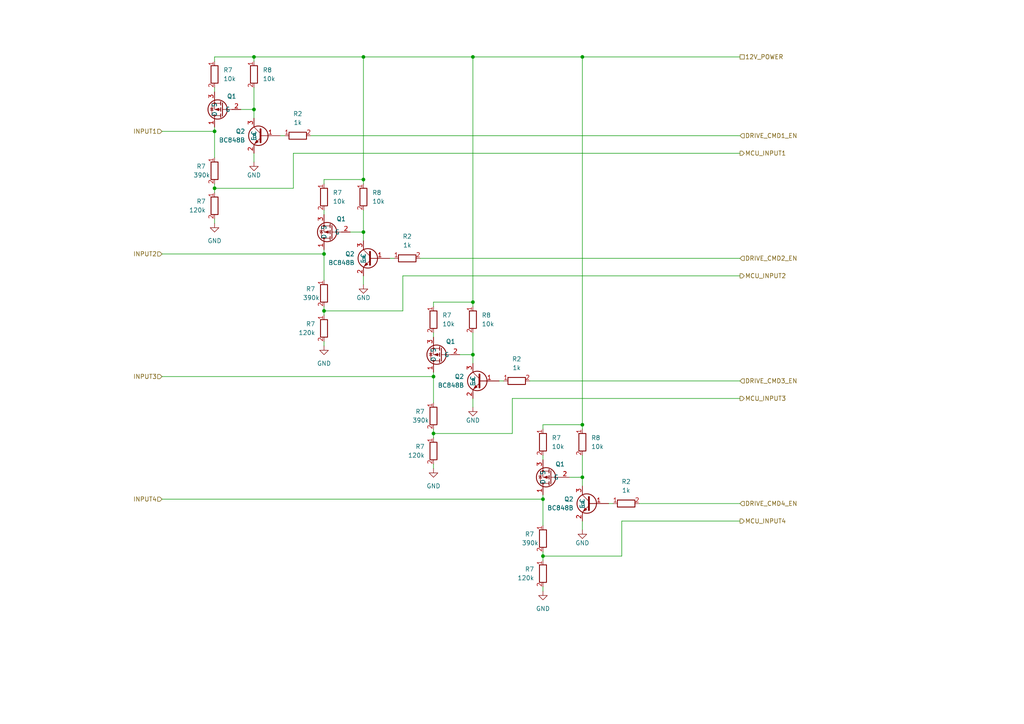
<source format=kicad_sch>
(kicad_sch (version 20230121) (generator eeschema)
  (paper "A4")
  (title_block (title "Home automation module") (date "2024-03-24") (rev "1.0") (company "stf.labs"))
  (lib_symbols
    (symbol "p_Passive:R_0603" (pin_names (offset 0) hide)
      (property "Reference" "R" (at 0 0 0))
      (property "Value" "R_0603" (at 0 0 0))
      (symbol "R_0603_1_1"
        (rectangle (start -1.016 -2.54) (end 1.016 2.54) (stroke (width 0.254)))
        (pin passive line (at 0 3.81 270) (length 1.27) (name "~") (number "1"))
        (pin passive line (at 0 -3.81 90) (length 1.27) (name "~") (number "2"))
      )
    )
    (symbol "p_Transistor_FET:BSS315PH6327XTSA1"
      (property "Reference" "Q" (at 3.81 3.81 0))
      (property "Value" "BSS315PH6327XTSA1" (at 11.43 -3.81 0))
      (property "Sim.Name" "BSS314PE" (at 0 0 0))
      (property "Sim.Device" "SUBCKT" (at 0 0 0))
      (property "Sim.Pins" "1=drain 2=gate 3=source" (at 0 0 0))
      (symbol "BSS315PH6327XTSA1_0_1"
        (circle (center -0.889 0) (radius 2.794) (stroke (width 0.254)))
        (circle (center 0 -1.778) (radius 0.254) (fill (type outline)))
        (polyline (pts (xy -2.286 0) (xy -5.08 0)))
        (polyline (pts (xy -2.286 1.905) (xy -2.286 -1.905)) (stroke (width 0.254)))
        (polyline (pts (xy -1.778 -1.27) (xy -1.778 -2.286)) (stroke (width 0.254)))
        (polyline (pts (xy -1.778 0.508) (xy -1.778 -0.508)) (stroke (width 0.254)))
        (polyline (pts (xy -1.778 2.286) (xy -1.778 1.27)) (stroke (width 0.254)))
        (polyline (pts (xy 0 2.54) (xy 0 1.778)))
        (polyline (pts (xy 0 -2.54) (xy 0 0) (xy -1.778 0)))
        (polyline (pts (xy -1.778 1.778) (xy 0.762 1.778) (xy 0.762 -1.778) (xy -1.778 -1.778)))
        (polyline (pts (xy -0.254 0) (xy -1.27 0.381) (xy -1.27 -0.381) (xy -0.254 0)) (fill (type outline)))
        (polyline (pts (xy 0.254 -0.508) (xy 0.381 -0.381) (xy 1.143 -0.381) (xy 1.27 -0.254)))
        (polyline (pts (xy 0.762 -0.381) (xy 0.381 0.254) (xy 1.143 0.254) (xy 0.762 -0.381)))
        (circle (center 0 1.778) (radius 0.254) (fill (type outline)))
      )
      (symbol "BSS315PH6327XTSA1_1_1"
        (pin passive line (at 0 5.08 270) (length 2.54) (name "D") (number "1"))
        (pin input line (at -7.62 0 0) (length 2.54) (name "G") (number "2"))
        (pin passive line (at 0 -5.08 90) (length 2.54) (name "S") (number "3"))
      )
    )
    (symbol "p_Transistor_bipolar:BC848B" (pin_names (offset 1.016))
      (property "Reference" "Q" (at 0 -7.62 0))
      (property "Value" "BC848B" (at -5.08 -6.35 0))
      (symbol "BC848B_1_1"
        (circle (center -1.27 0) (radius 2.8194) (stroke (width 0.254)))
        (polyline (pts (xy -1.905 0.635) (xy 0 2.54)))
        (polyline (pts (xy -1.905 -0.635) (xy 0 -2.54) (xy 0 -2.54)))
        (polyline (pts (xy -1.905 1.905) (xy -1.905 -1.905) (xy -1.905 -1.905)) (stroke (width 0.508)))
        (polyline (pts (xy -1.27 -1.778) (xy -0.762 -1.27) (xy -0.254 -2.286) (xy -1.27 -1.778) (xy -1.27 -1.778)) (fill (type outline)))
        (pin passive line (at -7.62 0 0) (length 5.715) (name "B") (number "1"))
        (pin passive line (at 0 -5.08 90) (length 2.54) (name "E") (number "2"))
        (pin passive line (at 0 5.08 270) (length 2.54) (name "C") (number "3"))
      )
    )
    (symbol "power:GND" (power) (pin_names (offset 0))
      (property "Value" "GND" (at 0 -3.81 0))
      (symbol "GND_0_1"
        (polyline (pts (xy 0 0) (xy 0 -1.27) (xy 1.27 -1.27) (xy 0 -2.54) (xy -1.27 -1.27) (xy 0 -1.27)))
      )
      (symbol "GND_1_1"
        (pin power_in line (at 0 0 270) (length 0) hide (name "GND") (number "1"))
      )
    )
  )
  (junction (at 168.91 123.19))
  (junction (at 62.23 38.1))
  (junction (at 168.91 138.43))
  (junction (at 125.73 109.22))
  (junction (at 93.98 73.66))
  (junction (at 73.66 16.51))
  (junction (at 157.48 144.78))
  (junction (at 168.91 16.51))
  (junction (at 73.66 31.75))
  (junction (at 105.41 52.07))
  (junction (at 105.41 16.51))
  (junction (at 157.48 161.29))
  (junction (at 62.23 54.61))
  (junction (at 105.41 67.31))
  (junction (at 137.16 16.51))
  (junction (at 125.73 125.73))
  (junction (at 93.98 90.17))
  (junction (at 137.16 102.87))
  (junction (at 137.16 87.63))
  (wire (pts (xy 105.41 60.96) (xy 105.41 67.31)))
  (wire (pts (xy 105.41 67.31) (xy 105.41 69.85)))
  (wire (pts (xy 73.66 16.51) (xy 73.66 17.78)))
  (wire (pts (xy 93.98 88.9) (xy 93.98 90.17)))
  (wire (pts (xy 157.48 123.19) (xy 168.91 123.19)))
  (wire (pts (xy 73.66 16.51) (xy 105.41 16.51)))
  (wire (pts (xy 157.48 132.08) (xy 157.48 133.35)))
  (wire (pts (xy 168.91 132.08) (xy 168.91 138.43)))
  (wire (pts (xy 85.09 44.45) (xy 214.63 44.45)))
  (wire (pts (xy 168.91 16.51) (xy 168.91 123.19)))
  (wire (pts (xy 62.23 54.61) (xy 85.09 54.61)))
  (wire (pts (xy 125.73 134.62) (xy 125.73 135.89)))
  (wire (pts (xy 125.73 125.73) (xy 148.59 125.73)))
  (wire (pts (xy 144.78 110.49) (xy 146.05 110.49)))
  (wire (pts (xy 46.99 144.78) (xy 157.48 144.78)))
  (wire (pts (xy 157.48 144.78) (xy 157.48 152.4)))
  (wire (pts (xy 93.98 72.39) (xy 93.98 73.66)))
  (wire (pts (xy 153.67 110.49) (xy 214.63 110.49)))
  (wire (pts (xy 46.99 38.1) (xy 62.23 38.1)))
  (wire (pts (xy 62.23 16.51) (xy 62.23 17.78)))
  (wire (pts (xy 125.73 107.95) (xy 125.73 109.22)))
  (wire (pts (xy 137.16 102.87) (xy 137.16 105.41)))
  (wire (pts (xy 180.34 151.13) (xy 180.34 161.29)))
  (wire (pts (xy 157.48 123.19) (xy 157.48 124.46)))
  (wire (pts (xy 90.17 39.37) (xy 214.63 39.37)))
  (wire (pts (xy 125.73 96.52) (xy 125.73 97.79)))
  (wire (pts (xy 73.66 31.75) (xy 73.66 34.29)))
  (wire (pts (xy 81.28 39.37) (xy 82.55 39.37)))
  (wire (pts (xy 116.84 80.01) (xy 214.63 80.01)))
  (wire (pts (xy 73.66 25.4) (xy 73.66 31.75)))
  (wire (pts (xy 125.73 109.22) (xy 125.73 116.84)))
  (wire (pts (xy 62.23 25.4) (xy 62.23 26.67)))
  (wire (pts (xy 125.73 87.63) (xy 137.16 87.63)))
  (wire (pts (xy 62.23 53.34) (xy 62.23 54.61)))
  (wire (pts (xy 62.23 63.5) (xy 62.23 64.77)))
  (wire (pts (xy 137.16 96.52) (xy 137.16 102.87)))
  (wire (pts (xy 137.16 115.57) (xy 137.16 118.11)))
  (wire (pts (xy 137.16 16.51) (xy 137.16 87.63)))
  (wire (pts (xy 121.92 74.93) (xy 214.63 74.93)))
  (wire (pts (xy 113.03 74.93) (xy 114.3 74.93)))
  (wire (pts (xy 157.48 170.18) (xy 157.48 171.45)))
  (wire (pts (xy 125.73 124.46) (xy 125.73 125.73)))
  (wire (pts (xy 157.48 161.29) (xy 180.34 161.29)))
  (wire (pts (xy 93.98 73.66) (xy 93.98 81.28)))
  (wire (pts (xy 168.91 138.43) (xy 168.91 140.97)))
  (wire (pts (xy 93.98 99.06) (xy 93.98 100.33)))
  (wire (pts (xy 157.48 143.51) (xy 157.48 144.78)))
  (wire (pts (xy 116.84 80.01) (xy 116.84 90.17)))
  (wire (pts (xy 185.42 146.05) (xy 214.63 146.05)))
  (wire (pts (xy 137.16 16.51) (xy 168.91 16.51)))
  (wire (pts (xy 73.66 31.75) (xy 69.85 31.75)))
  (wire (pts (xy 62.23 38.1) (xy 62.23 45.72)))
  (wire (pts (xy 168.91 16.51) (xy 214.63 16.51)))
  (wire (pts (xy 73.66 44.45) (xy 73.66 46.99)))
  (wire (pts (xy 168.91 123.19) (xy 168.91 124.46)))
  (wire (pts (xy 62.23 16.51) (xy 73.66 16.51)))
  (wire (pts (xy 105.41 52.07) (xy 105.41 53.34)))
  (wire (pts (xy 62.23 54.61) (xy 62.23 55.88)))
  (wire (pts (xy 148.59 115.57) (xy 214.63 115.57)))
  (wire (pts (xy 105.41 16.51) (xy 105.41 52.07)))
  (wire (pts (xy 137.16 102.87) (xy 133.35 102.87)))
  (wire (pts (xy 176.53 146.05) (xy 177.8 146.05)))
  (wire (pts (xy 137.16 87.63) (xy 137.16 88.9)))
  (wire (pts (xy 93.98 52.07) (xy 93.98 53.34)))
  (wire (pts (xy 125.73 125.73) (xy 125.73 127)))
  (wire (pts (xy 168.91 151.13) (xy 168.91 153.67)))
  (wire (pts (xy 105.41 16.51) (xy 137.16 16.51)))
  (wire (pts (xy 105.41 80.01) (xy 105.41 82.55)))
  (wire (pts (xy 62.23 36.83) (xy 62.23 38.1)))
  (wire (pts (xy 168.91 138.43) (xy 165.1 138.43)))
  (wire (pts (xy 157.48 160.02) (xy 157.48 161.29)))
  (wire (pts (xy 148.59 115.57) (xy 148.59 125.73)))
  (wire (pts (xy 214.63 151.13) (xy 180.34 151.13)))
  (wire (pts (xy 46.99 73.66) (xy 93.98 73.66)))
  (wire (pts (xy 93.98 60.96) (xy 93.98 62.23)))
  (wire (pts (xy 93.98 90.17) (xy 93.98 91.44)))
  (wire (pts (xy 157.48 161.29) (xy 157.48 162.56)))
  (wire (pts (xy 93.98 52.07) (xy 105.41 52.07)))
  (wire (pts (xy 85.09 44.45) (xy 85.09 54.61)))
  (wire (pts (xy 46.99 109.22) (xy 125.73 109.22)))
  (wire (pts (xy 105.41 67.31) (xy 101.6 67.31)))
  (wire (pts (xy 125.73 87.63) (xy 125.73 88.9)))
  (wire (pts (xy 93.98 90.17) (xy 116.84 90.17)))
  (hierarchical_label "12V_POWER" (shape passive) (at 214.63 16.51 0))
  (hierarchical_label "MCU_INPUT3" (shape output) (at 214.63 115.57 0))
  (hierarchical_label "INPUT1" (shape input) (at 46.99 38.1 180))
  (hierarchical_label "DRIVE_CMD3_EN" (shape input) (at 214.63 110.49 0))
  (hierarchical_label "DRIVE_CMD4_EN" (shape input) (at 214.63 146.05 0))
  (hierarchical_label "DRIVE_CMD2_EN" (shape input) (at 214.63 74.93 0))
  (hierarchical_label "INPUT3" (shape input) (at 46.99 109.22 180))
  (hierarchical_label "DRIVE_CMD1_EN" (shape input) (at 214.63 39.37 0))
  (hierarchical_label "INPUT2" (shape input) (at 46.99 73.66 180))
  (hierarchical_label "MCU_INPUT2" (shape output) (at 214.63 80.01 0))
  (hierarchical_label "INPUT4" (shape input) (at 46.99 144.78 180))
  (hierarchical_label "MCU_INPUT1" (shape output) (at 214.63 44.45 0))
  (hierarchical_label "MCU_INPUT4" (shape output) (at 214.63 151.13 0))
  (symbol (lib_id "p_Passive:R_0603") (at 149.86 110.49 90) (unit 1)
    (property "Reference" "R2" (at 149.86 104.14 90))
    (property "Value" "1k" (at 149.86 106.68 90))
    (property "Footprint" "p_Package_Resistor_SMD:R_0603_1608Metric_Pad0.98x0.95mm_HandSolder" (effects hide))
    (instances (project "home_automation_module_std" (path "" (reference "R2") (unit 1)) (path "" (reference "R17") (unit 1))))
  )
  (symbol (lib_id "p_Passive:R_0603") (at 62.23 49.53 0) (mirror y) (unit 1)
    (property "Reference" "R7" (at 59.69 48.26 0) (effects (justify left)))
    (property "Value" "390k" (at 60.96 50.8 0) (effects (justify left)))
    (property "Footprint" "p_Package_Resistor_SMD:R_0603_1608Metric_Pad0.98x0.95mm_HandSolder" (effects hide))
    (instances (project "home_automation_module_std" (path "" (reference "R7") (unit 1)) (path "" (reference "R8") (unit 1))))
  )
  (symbol (lib_id "p_Passive:R_0603") (at 93.98 57.15 0) (unit 1)
    (property "Reference" "R7" (at 96.52 55.88 0) (effects (justify left)))
    (property "Value" "10k" (at 96.52 58.42 0) (effects (justify left)))
    (property "Footprint" "p_Package_Resistor_SMD:R_0603_1608Metric_Pad0.98x0.95mm_HandSolder" (effects hide))
    (instances (project "home_automation_module_std" (path "" (reference "R7") (unit 1)) (path "" (reference "R9") (unit 1))))
  )
  (symbol (lib_id "power:GND") (at 93.98 100.33 0) (unit 1)
    (property "Reference" "#PWR013" (effects hide))
    (property "Value" "GND" (at 93.98 105.41 0))
    (instances (project "home_automation_module_std" (path "" (reference "#PWR013") (unit 1)) (path "" (reference "#PWR034") (unit 1))))
  )
  (symbol (lib_id "power:GND") (at 168.91 153.67 0) (unit 1)
    (property "Reference" "#PWR017" (effects hide))
    (property "Value" "GND" (at 168.91 157.48 0))
    (instances (project "home_automation_module_std" (path "" (reference "#PWR017") (unit 1)) (path "" (reference "#PWR037") (unit 1))))
  )
  (symbol (lib_id "p_Transistor_FET:BSS315PH6327XTSA1") (at 125.73 102.87 180) (unit 1)
    (property "Reference" "Q1" (at 132.08 99.06 0) (effects (justify left)))
    (property "Value" "BSS315PH6327XTSA1" (effects hide))
    (property "Footprint" "p_Package_SOT:SOT-23" (effects hide))
    (property "Datasheet" "${KI_PERSO_COMPLIB}/datasheets/p_Transistor_FET/BSS315P.pdf" (effects hide))
    (instances (project "input_stage" (path "" (reference "Q1") (unit 1))) (project "home_automation_module_std" (path "" (reference "Q1") (unit 1)) (path "" (reference "Q7") (unit 1))))
  )
  (symbol (lib_id "p_Passive:R_0603") (at 125.73 120.65 0) (mirror y) (unit 1)
    (property "Reference" "R7" (at 123.19 119.38 0) (effects (justify left)))
    (property "Value" "390k" (at 124.46 121.92 0) (effects (justify left)))
    (property "Footprint" "p_Package_Resistor_SMD:R_0603_1608Metric_Pad0.98x0.95mm_HandSolder" (effects hide))
    (instances (project "home_automation_module_std" (path "" (reference "R7") (unit 1)) (path "" (reference "R18") (unit 1))))
  )
  (symbol (lib_id "p_Transistor_bipolar:BC848B") (at 168.91 146.05 0) (mirror y) (unit 1)
    (property "Reference" "Q2" (at 166.37 144.78 0) (effects (justify left)))
    (property "Value" "BC848B" (at 166.37 147.32 0) (effects (justify left)))
    (property "Footprint" "p_Package_SOT:SOT-23" (effects hide))
    (property "Datasheet" "${KI_PERSO_COMPLIB}/datasheets/p_Transistor_bipolar/BC848.pdf" (effects hide))
    (instances (project "input_stage" (path "" (reference "Q2") (unit 1))) (project "home_automation_module_std" (path "" (reference "Q2") (unit 1)) (path "" (reference "Q10") (unit 1))))
  )
  (symbol (lib_id "power:GND") (at 125.73 135.89 0) (unit 1)
    (property "Reference" "#PWR013" (effects hide))
    (property "Value" "GND" (at 125.73 140.97 0))
    (instances (project "home_automation_module_std" (path "" (reference "#PWR013") (unit 1)) (path "" (reference "#PWR036") (unit 1))))
  )
  (symbol (lib_id "p_Passive:R_0603") (at 118.11 74.93 90) (unit 1)
    (property "Reference" "R2" (at 118.11 68.58 90))
    (property "Value" "1k" (at 118.11 71.12 90))
    (property "Footprint" "p_Package_Resistor_SMD:R_0603_1608Metric_Pad0.98x0.95mm_HandSolder" (effects hide))
    (instances (project "home_automation_module_std" (path "" (reference "R2") (unit 1)) (path "" (reference "R12") (unit 1))))
  )
  (symbol (lib_id "p_Passive:R_0603") (at 62.23 21.59 0) (unit 1)
    (property "Reference" "R7" (at 64.77 20.32 0) (effects (justify left)))
    (property "Value" "10k" (at 64.77 22.86 0) (effects (justify left)))
    (property "Footprint" "p_Package_Resistor_SMD:R_0603_1608Metric_Pad0.98x0.95mm_HandSolder" (effects hide))
    (instances (project "home_automation_module_std" (path "" (reference "R7") (unit 1)) (path "" (reference "R5") (unit 1))))
  )
  (symbol (lib_id "p_Passive:R_0603") (at 62.23 59.69 0) (mirror y) (unit 1)
    (property "Reference" "R7" (at 59.69 58.42 0) (effects (justify left)))
    (property "Value" "120k" (at 59.69 60.96 0) (effects (justify left)))
    (property "Footprint" "p_Package_Resistor_SMD:R_0603_1608Metric_Pad0.98x0.95mm_HandSolder" (effects hide))
    (instances (project "home_automation_module_std" (path "" (reference "R7") (unit 1)) (path "" (reference "R11") (unit 1))))
  )
  (symbol (lib_id "power:GND") (at 73.66 46.99 0) (unit 1)
    (property "Reference" "#PWR017" (effects hide))
    (property "Value" "GND" (at 73.66 50.8 0))
    (instances (project "home_automation_module_std" (path "" (reference "#PWR017") (unit 1)) (path "" (reference "#PWR031") (unit 1))))
  )
  (symbol (lib_id "p_Transistor_FET:BSS315PH6327XTSA1") (at 62.23 31.75 180) (unit 1)
    (property "Reference" "Q1" (at 68.58 27.94 0) (effects (justify left)))
    (property "Value" "BSS315PH6327XTSA1" (effects hide))
    (property "Footprint" "p_Package_SOT:SOT-23" (effects hide))
    (property "Datasheet" "${KI_PERSO_COMPLIB}/datasheets/p_Transistor_FET/BSS315P.pdf" (effects hide))
    (instances (project "input_stage" (path "" (reference "Q1") (unit 1))) (project "home_automation_module_std" (path "" (reference "Q1") (unit 1)) (path "" (reference "Q3") (unit 1))))
  )
  (symbol (lib_id "p_Passive:R_0603") (at 93.98 85.09 0) (mirror y) (unit 1)
    (property "Reference" "R7" (at 91.44 83.82 0) (effects (justify left)))
    (property "Value" "390k" (at 92.71 86.36 0) (effects (justify left)))
    (property "Footprint" "p_Package_Resistor_SMD:R_0603_1608Metric_Pad0.98x0.95mm_HandSolder" (effects hide))
    (instances (project "home_automation_module_std" (path "" (reference "R7") (unit 1)) (path "" (reference "R13") (unit 1))))
  )
  (symbol (lib_id "p_Passive:R_0603") (at 73.66 21.59 0) (unit 1)
    (property "Reference" "R8" (at 76.2 20.32 0) (effects (justify left)))
    (property "Value" "10k" (at 76.2 22.86 0) (effects (justify left)))
    (property "Footprint" "p_Package_Resistor_SMD:R_0603_1608Metric_Pad0.98x0.95mm_HandSolder" (effects hide))
    (instances (project "home_automation_module_std" (path "" (reference "R8") (unit 1)) (path "" (reference "R6") (unit 1))))
  )
  (symbol (lib_id "p_Passive:R_0603") (at 86.36 39.37 90) (unit 1)
    (property "Reference" "R2" (at 86.36 33.02 90))
    (property "Value" "1k" (at 86.36 35.56 90))
    (property "Footprint" "p_Package_Resistor_SMD:R_0603_1608Metric_Pad0.98x0.95mm_HandSolder" (effects hide))
    (instances (project "home_automation_module_std" (path "" (reference "R2") (unit 1)) (path "" (reference "R7") (unit 1))))
  )
  (symbol (lib_id "power:GND") (at 157.48 171.45 0) (unit 1)
    (property "Reference" "#PWR013" (effects hide))
    (property "Value" "GND" (at 157.48 176.53 0))
    (instances (project "home_automation_module_std" (path "" (reference "#PWR013") (unit 1)) (path "" (reference "#PWR038") (unit 1))))
  )
  (symbol (lib_id "p_Passive:R_0603") (at 93.98 95.25 0) (mirror y) (unit 1)
    (property "Reference" "R7" (at 91.44 93.98 0) (effects (justify left)))
    (property "Value" "120k" (at 91.44 96.52 0) (effects (justify left)))
    (property "Footprint" "p_Package_Resistor_SMD:R_0603_1608Metric_Pad0.98x0.95mm_HandSolder" (effects hide))
    (instances (project "home_automation_module_std" (path "" (reference "R7") (unit 1)) (path "" (reference "R16") (unit 1))))
  )
  (symbol (lib_id "p_Passive:R_0603") (at 125.73 130.81 0) (mirror y) (unit 1)
    (property "Reference" "R7" (at 123.19 129.54 0) (effects (justify left)))
    (property "Value" "120k" (at 123.19 132.08 0) (effects (justify left)))
    (property "Footprint" "p_Package_Resistor_SMD:R_0603_1608Metric_Pad0.98x0.95mm_HandSolder" (effects hide))
    (instances (project "home_automation_module_std" (path "" (reference "R7") (unit 1)) (path "" (reference "R21") (unit 1))))
  )
  (symbol (lib_id "p_Passive:R_0603") (at 137.16 92.71 0) (unit 1)
    (property "Reference" "R8" (at 139.7 91.44 0) (effects (justify left)))
    (property "Value" "10k" (at 139.7 93.98 0) (effects (justify left)))
    (property "Footprint" "p_Package_Resistor_SMD:R_0603_1608Metric_Pad0.98x0.95mm_HandSolder" (effects hide))
    (instances (project "home_automation_module_std" (path "" (reference "R8") (unit 1)) (path "" (reference "R15") (unit 1))))
  )
  (symbol (lib_id "power:GND") (at 105.41 82.55 0) (unit 1)
    (property "Reference" "#PWR017" (effects hide))
    (property "Value" "GND" (at 105.41 86.36 0))
    (instances (project "home_automation_module_std" (path "" (reference "#PWR017") (unit 1)) (path "" (reference "#PWR033") (unit 1))))
  )
  (symbol (lib_id "p_Transistor_bipolar:BC848B") (at 137.16 110.49 0) (mirror y) (unit 1)
    (property "Reference" "Q2" (at 134.62 109.22 0) (effects (justify left)))
    (property "Value" "BC848B" (at 134.62 111.76 0) (effects (justify left)))
    (property "Footprint" "p_Package_SOT:SOT-23" (effects hide))
    (property "Datasheet" "${KI_PERSO_COMPLIB}/datasheets/p_Transistor_bipolar/BC848.pdf" (effects hide))
    (instances (project "input_stage" (path "" (reference "Q2") (unit 1))) (project "home_automation_module_std" (path "" (reference "Q2") (unit 1)) (path "" (reference "Q8") (unit 1))))
  )
  (symbol (lib_id "p_Passive:R_0603") (at 105.41 57.15 0) (unit 1)
    (property "Reference" "R8" (at 107.95 55.88 0) (effects (justify left)))
    (property "Value" "10k" (at 107.95 58.42 0) (effects (justify left)))
    (property "Footprint" "p_Package_Resistor_SMD:R_0603_1608Metric_Pad0.98x0.95mm_HandSolder" (effects hide))
    (instances (project "home_automation_module_std" (path "" (reference "R8") (unit 1)) (path "" (reference "R10") (unit 1))))
  )
  (symbol (lib_id "p_Transistor_FET:BSS315PH6327XTSA1") (at 93.98 67.31 180) (unit 1)
    (property "Reference" "Q1" (at 100.33 63.5 0) (effects (justify left)))
    (property "Value" "BSS315PH6327XTSA1" (effects hide))
    (property "Footprint" "p_Package_SOT:SOT-23" (effects hide))
    (property "Datasheet" "${KI_PERSO_COMPLIB}/datasheets/p_Transistor_FET/BSS315P.pdf" (effects hide))
    (instances (project "input_stage" (path "" (reference "Q1") (unit 1))) (project "home_automation_module_std" (path "" (reference "Q1") (unit 1)) (path "" (reference "Q5") (unit 1))))
  )
  (symbol (lib_id "p_Transistor_bipolar:BC848B") (at 73.66 39.37 0) (mirror y) (unit 1)
    (property "Reference" "Q2" (at 71.12 38.1 0) (effects (justify left)))
    (property "Value" "BC848B" (at 71.12 40.64 0) (effects (justify left)))
    (property "Footprint" "p_Package_SOT:SOT-23" (effects hide))
    (property "Datasheet" "${KI_PERSO_COMPLIB}/datasheets/p_Transistor_bipolar/BC848.pdf" (effects hide))
    (instances (project "input_stage" (path "" (reference "Q2") (unit 1))) (project "home_automation_module_std" (path "" (reference "Q2") (unit 1)) (path "" (reference "Q4") (unit 1))))
  )
  (symbol (lib_id "p_Transistor_bipolar:BC848B") (at 105.41 74.93 0) (mirror y) (unit 1)
    (property "Reference" "Q2" (at 102.87 73.66 0) (effects (justify left)))
    (property "Value" "BC848B" (at 102.87 76.2 0) (effects (justify left)))
    (property "Footprint" "p_Package_SOT:SOT-23" (effects hide))
    (property "Datasheet" "${KI_PERSO_COMPLIB}/datasheets/p_Transistor_bipolar/BC848.pdf" (effects hide))
    (instances (project "input_stage" (path "" (reference "Q2") (unit 1))) (project "home_automation_module_std" (path "" (reference "Q2") (unit 1)) (path "" (reference "Q6") (unit 1))))
  )
  (symbol (lib_id "p_Transistor_FET:BSS315PH6327XTSA1") (at 157.48 138.43 180) (unit 1)
    (property "Reference" "Q1" (at 163.83 134.62 0) (effects (justify left)))
    (property "Value" "BSS315PH6327XTSA1" (effects hide))
    (property "Footprint" "p_Package_SOT:SOT-23" (effects hide))
    (property "Datasheet" "${KI_PERSO_COMPLIB}/datasheets/p_Transistor_FET/BSS315P.pdf" (effects hide))
    (instances (project "input_stage" (path "" (reference "Q1") (unit 1))) (project "home_automation_module_std" (path "" (reference "Q1") (unit 1)) (path "" (reference "Q9") (unit 1))))
  )
  (symbol (lib_id "p_Passive:R_0603") (at 157.48 166.37 0) (mirror y) (unit 1)
    (property "Reference" "R7" (at 154.94 165.1 0) (effects (justify left)))
    (property "Value" "120k" (at 154.94 167.64 0) (effects (justify left)))
    (property "Footprint" "p_Package_Resistor_SMD:R_0603_1608Metric_Pad0.98x0.95mm_HandSolder" (effects hide))
    (instances (project "home_automation_module_std" (path "" (reference "R7") (unit 1)) (path "" (reference "R24") (unit 1))))
  )
  (symbol (lib_id "p_Passive:R_0603") (at 181.61 146.05 90) (unit 1)
    (property "Reference" "R2" (at 181.61 139.7 90))
    (property "Value" "1k" (at 181.61 142.24 90))
    (property "Footprint" "p_Package_Resistor_SMD:R_0603_1608Metric_Pad0.98x0.95mm_HandSolder" (effects hide))
    (instances (project "home_automation_module_std" (path "" (reference "R2") (unit 1)) (path "" (reference "R22") (unit 1))))
  )
  (symbol (lib_id "p_Passive:R_0603") (at 125.73 92.71 0) (unit 1)
    (property "Reference" "R7" (at 128.27 91.44 0) (effects (justify left)))
    (property "Value" "10k" (at 128.27 93.98 0) (effects (justify left)))
    (property "Footprint" "p_Package_Resistor_SMD:R_0603_1608Metric_Pad0.98x0.95mm_HandSolder" (effects hide))
    (instances (project "home_automation_module_std" (path "" (reference "R7") (unit 1)) (path "" (reference "R14") (unit 1))))
  )
  (symbol (lib_id "power:GND") (at 137.16 118.11 0) (unit 1)
    (property "Reference" "#PWR017" (effects hide))
    (property "Value" "GND" (at 137.16 121.92 0))
    (instances (project "home_automation_module_std" (path "" (reference "#PWR017") (unit 1)) (path "" (reference "#PWR035") (unit 1))))
  )
  (symbol (lib_id "p_Passive:R_0603") (at 168.91 128.27 0) (unit 1)
    (property "Reference" "R8" (at 171.45 127 0) (effects (justify left)))
    (property "Value" "10k" (at 171.45 129.54 0) (effects (justify left)))
    (property "Footprint" "p_Package_Resistor_SMD:R_0603_1608Metric_Pad0.98x0.95mm_HandSolder" (effects hide))
    (instances (project "home_automation_module_std" (path "" (reference "R8") (unit 1)) (path "" (reference "R20") (unit 1))))
  )
  (symbol (lib_id "power:GND") (at 62.23 64.77 0) (unit 1)
    (property "Reference" "#PWR013" (effects hide))
    (property "Value" "GND" (at 62.23 69.85 0))
    (instances (project "home_automation_module_std" (path "" (reference "#PWR013") (unit 1)) (path "" (reference "#PWR032") (unit 1))))
  )
  (symbol (lib_id "p_Passive:R_0603") (at 157.48 156.21 0) (mirror y) (unit 1)
    (property "Reference" "R7" (at 154.94 154.94 0) (effects (justify left)))
    (property "Value" "390k" (at 156.21 157.48 0) (effects (justify left)))
    (property "Footprint" "p_Package_Resistor_SMD:R_0603_1608Metric_Pad0.98x0.95mm_HandSolder" (effects hide))
    (instances (project "home_automation_module_std" (path "" (reference "R7") (unit 1)) (path "" (reference "R23") (unit 1))))
  )
  (symbol (lib_id "p_Passive:R_0603") (at 157.48 128.27 0) (unit 1)
    (property "Reference" "R7" (at 160.02 127 0) (effects (justify left)))
    (property "Value" "10k" (at 160.02 129.54 0) (effects (justify left)))
    (property "Footprint" "p_Package_Resistor_SMD:R_0603_1608Metric_Pad0.98x0.95mm_HandSolder" (effects hide))
    (instances (project "home_automation_module_std" (path "" (reference "R7") (unit 1)) (path "" (reference "R19") (unit 1))))
  )
)
</source>
